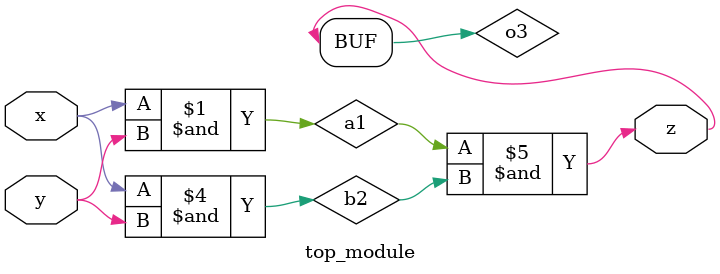
<source format=sv>
module top_module(
    input x,
    input y,
    output z
);

    wire a1, b1, a2, b2, o3;

    // First gate
    and(a1, x, y);
    and(b1, y, x);

    // Second gate    
    and(a2, y, x);
    and(b2, x, y);

    // Third gate
    and(o3, a1, b2);
    
    assign z = o3;

endmodule

</source>
